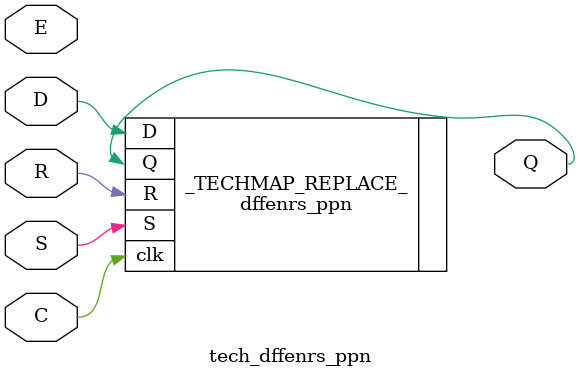
<source format=v>


//Part of the trick to making this library work for you is matching it
//to your synthesis flow.  The library contains every flip flop type
//that yosys defines, so if your architecture doesn't support all of them
//you need to constrain your synthesis flow to only map the design to
//the subset of flop types that your architecture supports.  This can be
//done with the dfflegalize command, which is integrated into FPGA
//Architect's reference synthesis flow.

//Where appropriate, a few hooks are provided in the library to help
//lessen the effort on downstream development in adopting this setup.
//Read available code comments and documentation carefully to make sure
//your setup works with this library in the way you wish.  If it does not
//meet your needs, creating a custom flop tech library for your architecture
//may be required.

//Excluding latches and scan flops, Yosys supports a total of 54 different
//flop permutations It is useful to group them into categories to help organize
//common cases for what subsets an architecture might choose to support.

//There are eight flops that are fundamental to FPGA Architect generator
//options.  If you only support these eight flops, you can synthesize
//a very wide range of designs without adding additional configuration bits
//and flip flop modes.  Early versions of FPGA Architect supported only
//these eight flops.  They are presented here as a group.  The remaining
//46 flop variants supported by Yosys are all variants of these eight
//flops.

//*****************************************
//
// Begin "Core 8" Flop types
//
//*****************************************

(* techmap_celltype = "$_FF_ $_DFF_P_" *)
module tech_dff
  (
   C,
   D,
   Q
   );

   input C;
   input D;
   output Q;

   dff _TECHMAP_REPLACE_
     ( .clk(C), .D(D), .Q(Q) );

endmodule // tech_dff

(* techmap_celltype = "$_DFF_PN0_" *)
module tech_dffr
  (
   C,
   D,
   R,
   Q
   );

   input C;
   input R;
   input D;
   output Q;

   dffr _TECHMAP_REPLACE_
     ( .clk(C), .D(D), .R(R), .Q(Q) );

endmodule // tech_dffr

(* techmap_celltype = "$_DFF_PN1_" *)
module tech_dffs
  (
   C,
   D,
   R,
   Q
   );

   input C;
   input R;
   input D;
   output Q;

   dffs _TECHMAP_REPLACE_
     ( .clk(C), .D(D), .S(R), .Q(Q) );

endmodule // tech_dffs

(* techmap_celltype = "$_DFFSR_PNN_" *)
module tech_dffrs
  (
   C,
   D,
   R,
   S,
   Q
   );

   input C;
   input R;
   input S;
   input D;
   output Q;

   dffrs _TECHMAP_REPLACE_
     ( .clk(C), .D(D), .R(R), .S(S), .Q(Q) );

endmodule // tech_dffrs

(* techmap_celltype = "$_DFFE_PP_" *)
module tech_dffe
  (
   C,
   D,
   E,
   Q
   );

   input C;
   input D;
   input E;
   output Q;

   dffe _TECHMAP_REPLACE_
     ( .clk(C), .E(E), .D(D), .Q(Q) );

endmodule // tech_dffe

(* techmap_celltype = "$_DFFE_PN0P_" *)
module tech_dffer
  (
   C,
   D,
   E,
   R,
   Q
   );

   input C;
   input R;
   input D;
   input E;
   output Q;

   dffer _TECHMAP_REPLACE_
     ( .clk(C), .E(E), .D(D), .R(R), .Q(Q) );

endmodule // tech_dffer

(* techmap_celltype = "$_DFFE_PN1P_" *)
module tech_dffes
  (
   C,
   D,
   E,
   R,
   Q
   );

   input C;
   input R;
   input D;
   input E;
   output Q;

   dffes _TECHMAP_REPLACE_
     ( .clk(C), .E(E), .D(D), .S(R), .Q(Q) );

endmodule // tech_dffes

(* techmap_celltype = "$_DFFSRE_PNNP_" *)
module tech_dffers
  (
   C,
   D,
   E,
   R,
   S,
   Q
   );

   input C;
   input R;
   input S;
   input D;
   input E;
   output Q;

   dffers _TECHMAP_REPLACE_
     ( .clk(C), .E(E), .D(D), .R(R), .S(S), .Q(Q) );

endmodule // tech_dffers

//*****************************************
//
// End "Core 8" Flop types
//
//*****************************************

//A next logical expansion to build additional architecture support on top
//of these "Core 8" flops would be to offer variants of them that trigger
//on the falling edge of the clock.  This is relatively inexpensive to
//implement, as you need only a single configuration bit and an inverter
//to mux in a clock inversion to support this type.  The negative edge
//clock versions of the Core 8 are provided here next:

//*****************************************
//
// Begin "Negative Core 8" Flop types
//
//*****************************************

(* techmap_celltype = "$_DFF_N_" *)
module tech_dffn
  (
   C,
   D,
   Q
   );

   input C;
   input D;
   output Q;

   dffn _TECHMAP_REPLACE_
     ( .clk(C), .D(D), .Q(Q) );

endmodule // tech_dffn

(* techmap_celltype = "$_DFF_NN0_" *)
module tech_dffnr
  (
   C,
   D,
   R,
   Q
   );

   input C;
   input R;
   input D;
   output Q;

   dffnr _TECHMAP_REPLACE_
     ( .clk(C), .D(D), .R(R), .Q(Q) );

endmodule // tech_dffnr

(* techmap_celltype = "$_DFF_NN1_" *)
module tech_dffns
  (
   C,
   D,
   R,
   Q
   );

   input C;
   input R;
   input D;
   output Q;

   dffns _TECHMAP_REPLACE_
     ( .clk(C), .D(D), .S(R), .Q(Q) );

endmodule // tech_dffns

(* techmap_celltype = "$_DFFSR_NNN_" *)
module tech_dffnrs
  (
   C,
   D,
   R,
   S,
   Q
   );

   input C;
   input R;
   input S;
   input D;
   output Q;

   dffnrs _TECHMAP_REPLACE_
     ( .clk(C), .D(D), .R(R), .S(S), .Q(Q) );

endmodule // tech_dffnrs

(* techmap_celltype = "$_DFFE_NP_" *)
module tech_dffen
  (
   C,
   D,
   E,
   Q
   );

   input C;
   input D;
   input E;
   output Q;

   dffen _TECHMAP_REPLACE_
     ( .clk(C), .E(E), .D(D), .Q(Q) );

endmodule // tech_dffen

(* techmap_celltype = "$_DFFE_NN0P_" *)
module tech_dffenr
  (
   C,
   D,
   E,
   R,
   Q
   );

   input C;
   input R;
   input D;
   input E;
   output Q;

   dffenr _TECHMAP_REPLACE_
     ( .clk(C), .E(E), .D(D), .R(R), .Q(Q) );

endmodule // tech_dffenr

(* techmap_celltype = "$_DFFE_NN1P_" *)
module tech_dffens
  (
   C,
   D,
   E,
   R,
   Q
   );

   input C;
   input R;
   input D;
   input E;
   output Q;

   dffens _TECHMAP_REPLACE_
     ( .clk(C), .E(E), .D(D), .S(R), .Q(Q) );

endmodule // tech_dffens

(* techmap_celltype = "$_DFFSRE_NNNP_" *)
module tech_dffenrs
  (
   C,
   D,
   E,
   R,
   S,
   Q
   );

   input C;
   input R;
   input S;
   input D;
   input E;
   output Q;

   dffenrs _TECHMAP_REPLACE_
     ( .clk(C), .E(E), .D(D), .R(R), .S(S), .Q(Q) );

endmodule // tech_dffenrs

//*****************************************
//
// End "Negative Core 8" Flop types
//
//*****************************************

//An similar additional type of support is to allow either
//edge of the set/reset/enable signals to be active.  Support
//of these types is where the number of flop permutations really
//explodes, and where having a naming convention that is easy
//to parse is critical.  Above, we have sacrificed a bit of
//clarity in exchange for brevity of flop names, so that when
//they are the only types used the flop types are compact while
//still easy to understand.  When permuting the set/reset/enable
//polarities, this breaks down.  We'll deal with this by simply
//mimicing Yosys's convention as a suffix stacked on top of our
//Core 8/Negative Core 8 naming conventions.  Do this as follows:

//Define a three-letter suffix in which the meaning of the suffix
//is <reset polarity><set polarity><enable polarity>
//and each polarity is denoted as follows:
//
// p - positive edge / active high polarity
// n - negative edge / active low polarity
// x - signal not present
//
//In this convention, our Core 8 would have the following
//expanded names:
//
// dff    | dff_xxx
// dffr   | dffr_nxx
// dffs   | dffs_xnx
// dffrs  | dffrs_nnx
// dffe   | dffe_xxp
// dffer  | dffer_nxp
// dffes  | dffes_xnp
// dffers | dffers_nnp

//As you can see, this convention introduces a bit of field redundancy,
//in exchange for the preservation of the original Core 8 names

//Like the core 8, the negative edge clock versions simply insert an 'n'
//in the apprpropriate location prior to the underscore.

//First, cover the positive edge versions of flops with just a set OR a
//reset (one new version edge)

(* techmap_celltype = "$_DFF_PP0_" *)
module tech_dffr_pxx
  (
   C,
   D,
   R,
   Q
   );

   input C;
   input R;
   input D;
   output Q;

   dffr_pxx _TECHMAP_REPLACE_
     ( .clk(C), .D(D), .R(R), .Q(Q) );

endmodule // tech_dffr_pxx

(* techmap_celltype = "$_DFF_PP1_" *)
module tech_dffs_xpx
  (
   C,
   D,
   R,
   Q
   );

   input C;
   input R;
   input D;
   output Q;

   dffs_xpx _TECHMAP_REPLACE_
     ( .clk(C), .D(D), .S(R), .Q(Q) );

endmodule // tech_dffs_xpx

//Next, cover the positive edge versions of flops with a set AND a
//reset (three versions)

(* techmap_celltype = "$_DFFSR_PPN_" *)
module tech_dffrs_pnx
  (
   C,
   D,
   R,
   S,
   Q
   );

   input C;
   input R;
   input S;
   input D;
   output Q;

   dffrs_pnx _TECHMAP_REPLACE_
     ( .clk(C), .D(D), .R(R), .S(S), .Q(Q) );

endmodule // tech_dffrs_pnx

(* techmap_celltype = "$_DFFSR_PNP_" *)
module tech_dffrs_npx
  (
   C,
   D,
   R,
   S,
   Q
   );

   input C;
   input R;
   input S;
   input D;
   output Q;

   dffrs_npx _TECHMAP_REPLACE_
     ( .clk(C), .D(D), .R(R), .S(S), .Q(Q) );

endmodule // tech_dffrs_npx

(* techmap_celltype = "$_DFFSR_PPP_" *)
module tech_dffrs_ppx
  (
   C,
   D,
   R,
   S,
   Q
   );

   input C;
   input R;
   input S;
   input D;
   output Q;

   dffrs_ppx _TECHMAP_REPLACE_
     ( .clk(C), .D(D), .R(R), .S(S), .Q(Q) );

endmodule // tech_dffrs_ppx

//Do this all over again for flops with active high enables

(* techmap_celltype = "$_DFFE_PP0P_" *)
module tech_dffer_pxp
  (
   C,
   D,
   E,
   R,
   Q
   );

   input C;
   input R;
   input D;
   input E;
   output Q;

   dffer_pxp _TECHMAP_REPLACE_
     ( .clk(C), .E(E), .D(D), .R(R), .Q(Q) );

endmodule // tech_dffer_pxp

(* techmap_celltype = "$_DFFE_PP1P_" *)
module tech_dffes_xpp
  (
   C,
   D,
   E,
   R,
   Q
   );

   input C;
   input R;
   input D;
   input E;
   output Q;

   dffes_xpp _TECHMAP_REPLACE_
     ( .clk(C), .E(E), .D(D), .S(R), .Q(Q) );

endmodule // tech_dffes_xpp

(* techmap_celltype = "$_DFFSRE_PPNP_" *)
module tech_dffers_pnp
  (
   C,
   D,
   E,
   R,
   S,
   Q
   );

   input C;
   input R;
   input S;
   input D;
   input E;
   output Q;

   dffers_pnp _TECHMAP_REPLACE_
     ( .clk(C), .D(D), .R(R), .S(S), .Q(Q) );

endmodule // tech_dffers_pnp

(* techmap_celltype = "$_DFFSRE_PNPP_" *)
module tech_dffers_npp
  (
   C,
   D,
   E,
   R,
   S,
   Q
   );

   input C;
   input R;
   input S;
   input D;
   input E;
   output Q;

   dffers_npp _TECHMAP_REPLACE_
     ( .clk(C), .D(D), .R(R), .S(S), .Q(Q) );

endmodule // tech_dffers_npp

(* techmap_celltype = "$_DFFSRE_PPPP_" *)
module tech_dffers_ppp
  (
   C,
   D,
   E,
   R,
   S,
   Q
   );

   input C;
   input R;
   input S;
   input D;
   input E;
   output Q;

   dffers_ppp _TECHMAP_REPLACE_
     ( .clk(C), .D(D), .R(R), .S(S), .Q(Q) );

endmodule // tech_dffers_ppp

//Make versions of Core 8 flops with active low enables

(* techmap_celltype = "$_DFFE_PN_" *)
module tech_dffe_xxn
  (
   C,
   D,
   E,
   Q
   );

   input C;
   input D;
   input E;
   output Q;

   dffe_xxn _TECHMAP_REPLACE_
     ( .clk(C), .E(E), .D(D), .Q(Q) );

endmodule // tech_dffe

(* techmap_celltype = "$_DFFE_PN0N_" *)
module tech_dffer_nxn
  (
   C,
   D,
   E,
   R,
   Q
   );

   input C;
   input R;
   input D;
   input E;
   output Q;

   dffer_nxn _TECHMAP_REPLACE_
     ( .clk(C), .E(E), .D(D), .R(R), .Q(Q) );

endmodule // tech_dffer

(* techmap_celltype = "$_DFFE_PN1N_" *)
module tech_dffes_xnn
  (
   C,
   D,
   E,
   R,
   Q
   );

   input C;
   input R;
   input D;
   input E;
   output Q;

   dffes_xnn _TECHMAP_REPLACE_
     ( .clk(C), .E(E), .D(D), .S(R), .Q(Q) );

endmodule // tech_dffes

(* techmap_celltype = "$_DFFSRE_PNNN_" *)
module tech_dffers_nnn
  (
   C,
   D,
   E,
   R,
   S,
   Q
   );

   input C;
   input R;
   input S;
   input D;
   input E;
   output Q;

   dffers_nnn _TECHMAP_REPLACE_
     ( .clk(C), .E(E), .D(D), .R(R), .S(S), .Q(Q) );

endmodule // tech_dffers

//Now do all the non-core flops with active low enables

(* techmap_celltype = "$_DFFE_PP0N_" *)
module tech_dffer_pxn
  (
   C,
   D,
   E,
   R,
   Q
   );

   input C;
   input R;
   input D;
   input E;
   output Q;

   dffer_pxn _TECHMAP_REPLACE_
     ( .clk(C), .E(E), .D(D), .R(R), .Q(Q) );

endmodule // tech_dffer_pxn

(* techmap_celltype = "$_DFFE_PP1N_" *)
module tech_dffes_xpn
  (
   C,
   D,
   E,
   R,
   Q
   );

   input C;
   input R;
   input D;
   input E;
   output Q;

   dffes_xpn _TECHMAP_REPLACE_
     ( .clk(C), .E(E), .D(D), .S(R), .Q(Q) );

endmodule // tech_dffes_xpn

(* techmap_celltype = "$_DFFSRE_PPNN_" *)
module tech_dffers_pnn
  (
   C,
   D,
   E,
   R,
   S,
   Q
   );

   input C;
   input R;
   input S;
   input D;
   input E;
   output Q;

   dffers_pnn _TECHMAP_REPLACE_
     ( .clk(C), .D(D), .R(R), .S(S), .Q(Q) );

endmodule // tech_dffers_pnn

(* techmap_celltype = "$_DFFSRE_PNPN_" *)
module tech_dffers_npn
  (
   C,
   D,
   E,
   R,
   S,
   Q
   );

   input C;
   input R;
   input S;
   input D;
   input E;
   output Q;

   dffers_npn _TECHMAP_REPLACE_
     ( .clk(C), .D(D), .R(R), .S(S), .Q(Q) );

endmodule // tech_dffers_npn

(* techmap_celltype = "$_DFFSRE_PPPN_" *)
module tech_dffers_ppn
  (
   C,
   D,
   E,
   R,
   S,
   Q
   );

   input C;
   input R;
   input S;
   input D;
   input E;
   output Q;

   dffers_ppn _TECHMAP_REPLACE_
     ( .clk(C), .D(D), .R(R), .S(S), .Q(Q) );

endmodule // tech_dffers_ppn

//Now repeat ALL the non-core flops we just made with negative-edge
//triggered clocks

//First, cover the positive edge versions of flops with just a set OR a
//reset (one new version edge)

(* techmap_celltype = "$_DFF_NP0_" *)
module tech_dffnr_pxx
  (
   C,
   D,
   R,
   Q
   );

   input C;
   input R;
   input D;
   output Q;

   dffnr_pxx _TECHMAP_REPLACE_
     ( .clk(C), .D(D), .R(R), .Q(Q) );

endmodule // tech_dffnr_pxx

(* techmap_celltype = "$_DFF_NP1_" *)
module tech_dffns_xpx
  (
   C,
   D,
   R,
   Q
   );

   input C;
   input R;
   input D;
   output Q;

   dffns_xpx _TECHMAP_REPLACE_
     ( .clk(C), .D(D), .S(R), .Q(Q) );

endmodule // tech_dffns_xpx

//Next, cover the positive edge versions of flops with a set AND a
//reset (three versions)

(* techmap_celltype = "$_DFFSR_NPN_" *)
module tech_dffnrs_pnx
  (
   C,
   D,
   R,
   S,
   Q
   );

   input C;
   input R;
   input S;
   input D;
   output Q;

   dffnrs_pnx _TECHMAP_REPLACE_
     ( .clk(C), .D(D), .R(R), .S(S), .Q(Q) );

endmodule // tech_dffnrs_pnx

(* techmap_celltype = "$_DFFSR_NNP_" *)
module tech_dffnrs_npx
  (
   C,
   D,
   R,
   S,
   Q
   );

   input C;
   input R;
   input S;
   input D;
   output Q;

   dffnrs_npx _TECHMAP_REPLACE_
     ( .clk(C), .D(D), .R(R), .S(S), .Q(Q) );

endmodule // tech_dffnrs_npx

(* techmap_celltype = "$_DFFSR_NPP_" *)
module tech_dffnrs_ppx
  (
   C,
   D,
   R,
   S,
   Q
   );

   input C;
   input R;
   input S;
   input D;
   output Q;

   dffnrs_ppx _TECHMAP_REPLACE_
     ( .clk(C), .D(D), .R(R), .S(S), .Q(Q) );

endmodule // tech_dffnrs_ppx

//Do this all over again for flops with active high enables

(* techmap_celltype = "$_DFFE_NP0P_" *)
module tech_dffenr_pxp
  (
   C,
   D,
   E,
   R,
   Q
   );

   input C;
   input R;
   input D;
   input E;
   output Q;

   dffenr_pxp _TECHMAP_REPLACE_
     ( .clk(C), .E(E), .D(D), .R(R), .Q(Q) );

endmodule // tech_dffenr_pxp

(* techmap_celltype = "$_DFFE_NP1P_" *)
module tech_dffens_xpp
  (
   C,
   D,
   E,
   R,
   Q
   );

   input C;
   input R;
   input D;
   input E;
   output Q;

   dffens_xpp _TECHMAP_REPLACE_
     ( .clk(C), .E(E), .D(D), .S(R), .Q(Q) );

endmodule // tech_dffens_xpp

(* techmap_celltype = "$_DFFSRE_NPNP_" *)
module tech_dffenrs_pnp
  (
   C,
   D,
   E,
   R,
   S,
   Q
   );

   input C;
   input R;
   input S;
   input D;
   input E;
   output Q;

   dffenrs_pnp _TECHMAP_REPLACE_
     ( .clk(C), .D(D), .R(R), .S(S), .Q(Q) );

endmodule // tech_dffenrs_pnp

(* techmap_celltype = "$_DFFSRE_NNPP_" *)
module tech_dffenrs_npp
  (
   C,
   D,
   E,
   R,
   S,
   Q
   );

   input C;
   input R;
   input S;
   input D;
   input E;
   output Q;

   dffenrs_npp _TECHMAP_REPLACE_
     ( .clk(C), .D(D), .R(R), .S(S), .Q(Q) );

endmodule // tech_dffenrs_npp

(* techmap_celltype = "$_DFFSRE_NPPP_" *)
module tech_dffenrs_ppp
  (
   C,
   D,
   E,
   R,
   S,
   Q
   );

   input C;
   input R;
   input S;
   input D;
   input E;
   output Q;

   dffenrs_ppp _TECHMAP_REPLACE_
     ( .clk(C), .D(D), .R(R), .S(S), .Q(Q) );

endmodule // tech_dffenrs_ppp

//Make versions of Core 8 flops with active low enables

(* techmap_celltype = "$_DFFE_NN_" *)
module tech_dffen_xxn
  (
   C,
   D,
   E,
   Q
   );

   input C;
   input D;
   input E;
   output Q;

   dffen_xxn _TECHMAP_REPLACE_
     ( .clk(C), .E(E), .D(D), .Q(Q) );

endmodule // tech_dffen

(* techmap_celltype = "$_DFFE_NN0N_" *)
module tech_dffenr_nxn
  (
   C,
   D,
   E,
   R,
   Q
   );

   input C;
   input R;
   input D;
   input E;
   output Q;

   dffenr_nxn _TECHMAP_REPLACE_
     ( .clk(C), .E(E), .D(D), .R(R), .Q(Q) );

endmodule // tech_dffenr

(* techmap_celltype = "$_DFFE_NN1N_" *)
module tech_dffens_xnn
  (
   C,
   D,
   E,
   R,
   Q
   );

   input C;
   input R;
   input D;
   input E;
   output Q;

   dffens_xnn _TECHMAP_REPLACE_
     ( .clk(C), .E(E), .D(D), .S(R), .Q(Q) );

endmodule // tech_dffens

(* techmap_celltype = "$_DFFSRE_NNNN_" *)
module tech_dffenrs_nnn
  (
   C,
   D,
   E,
   R,
   S,
   Q
   );

   input C;
   input R;
   input S;
   input D;
   input E;
   output Q;

   dffenrs_nnn _TECHMAP_REPLACE_
     ( .clk(C), .E(E), .D(D), .R(R), .S(S), .Q(Q) );

endmodule // tech_dffenrs

//Now do all the non-core flops with active low enables

(* techmap_celltype = "$_DFFE_NP0N_" *)
module tech_dffenr_pxn
  (
   C,
   D,
   E,
   R,
   Q
   );

   input C;
   input R;
   input D;
   input E;
   output Q;

   dffenr_pxn _TECHMAP_REPLACE_
     ( .clk(C), .E(E), .D(D), .R(R), .Q(Q) );

endmodule // tech_dffenr_pxn

(* techmap_celltype = "$_DFFE_NP1N_" *)
module tech_dffens_xpn
  (
   C,
   D,
   E,
   R,
   Q
   );

   input C;
   input R;
   input D;
   input E;
   output Q;

   dffens_xpn _TECHMAP_REPLACE_
     ( .clk(C), .E(E), .D(D), .S(R), .Q(Q) );

endmodule // tech_dffens_xpn

(* techmap_celltype = "$_DFFSRE_NPNN_" *)
module tech_dffenrs_pnn
  (
   C,
   D,
   E,
   R,
   S,
   Q
   );

   input C;
   input R;
   input S;
   input D;
   input E;
   output Q;

   dffenrs_pnn _TECHMAP_REPLACE_
     ( .clk(C), .D(D), .R(R), .S(S), .Q(Q) );

endmodule // tech_dffenrs_pnn

(* techmap_celltype = "$_DFFSRE_NNPN_" *)
module tech_dffenrs_npn
  (
   C,
   D,
   E,
   R,
   S,
   Q
   );

   input C;
   input R;
   input S;
   input D;
   input E;
   output Q;

   dffenrs_npn _TECHMAP_REPLACE_
     ( .clk(C), .D(D), .R(R), .S(S), .Q(Q) );

endmodule // tech_dffenrs_npn

(* techmap_celltype = "$_DFFSRE_NPPN_" *)
module tech_dffenrs_ppn
  (
   C,
   D,
   E,
   R,
   S,
   Q
   );

   input C;
   input R;
   input S;
   input D;
   input E;
   output Q;

   dffenrs_ppn _TECHMAP_REPLACE_
     ( .clk(C), .D(D), .R(R), .S(S), .Q(Q) );

endmodule // tech_dffenrs_ppn

</source>
